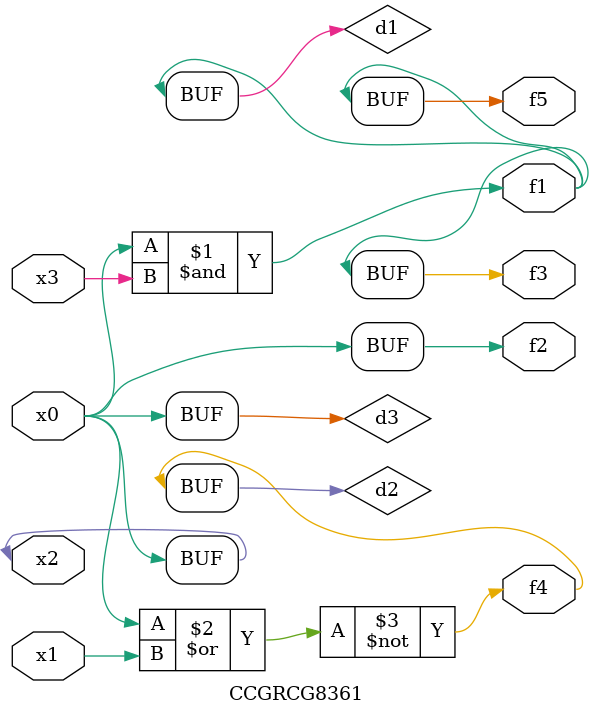
<source format=v>
module CCGRCG8361(
	input x0, x1, x2, x3,
	output f1, f2, f3, f4, f5
);

	wire d1, d2, d3;

	and (d1, x2, x3);
	nor (d2, x0, x1);
	buf (d3, x0, x2);
	assign f1 = d1;
	assign f2 = d3;
	assign f3 = d1;
	assign f4 = d2;
	assign f5 = d1;
endmodule

</source>
